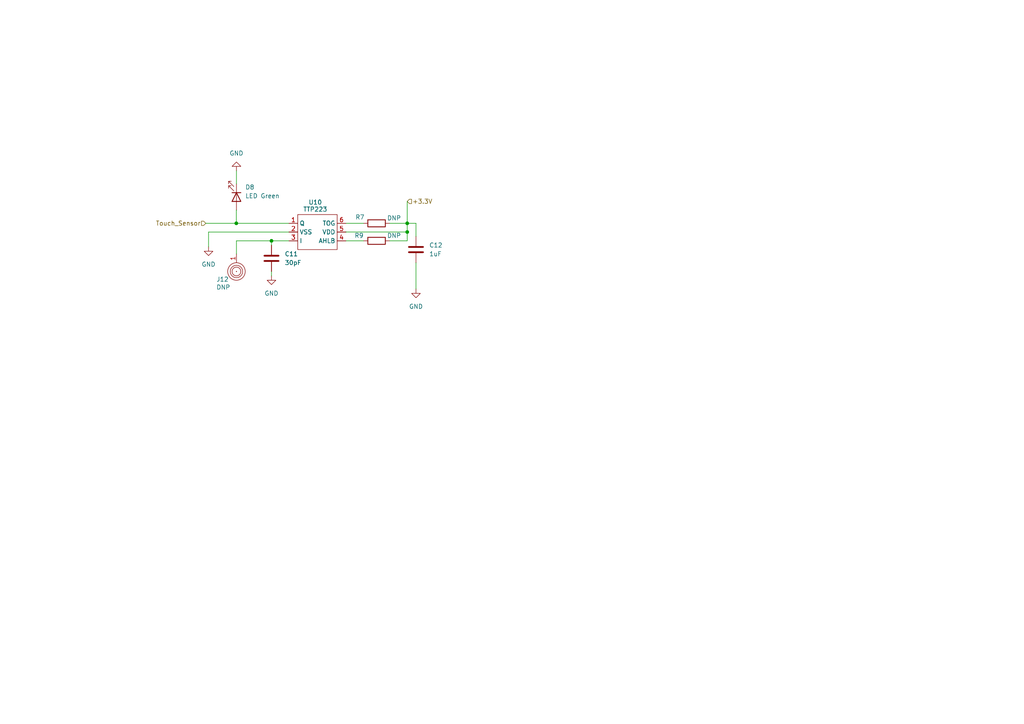
<source format=kicad_sch>
(kicad_sch (version 20231120) (generator "eeschema") (generator_version "8.0")
  (paper "A4")
  (lib_symbols
    (symbol "Device:C" (pin_numbers hide) (pin_names (offset 0.254))
      (property "Reference" "C" (at 0.635 2.54 0))
      (property "Value" "C" (at 0.635 -2.54 0))
      (symbol "C_0_1"
        (polyline (pts (xy -2.032 -0.762) (xy 2.032 -0.762)) (stroke (width 0.508)))
        (polyline (pts (xy -2.032 0.762) (xy 2.032 0.762)) (stroke (width 0.508)))
      )
      (symbol "C_1_1"
        (pin passive line (at 0 3.81 270) (length 2.794) (name "~") (number "1"))
        (pin passive line (at 0 -3.81 90) (length 2.794) (name "~") (number "2"))
      )
    )
    (symbol "Device:LED" (pin_numbers hide) (pin_names (offset 1.016) hide)
      (property "Reference" "D" (at 0 2.54 0))
      (property "Value" "LED" (at 0 -2.54 0))
      (symbol "LED_0_1"
        (polyline (pts (xy -1.27 -1.27) (xy -1.27 1.27)) (stroke (width 0.254)))
        (polyline (pts (xy -1.27 0) (xy 1.27 0)))
        (polyline (pts (xy 1.27 -1.27) (xy 1.27 1.27) (xy -1.27 0) (xy 1.27 -1.27)) (stroke (width 0.254)))
        (polyline (pts (xy -3.048 -0.762) (xy -4.572 -2.286) (xy -3.81 -2.286) (xy -4.572 -2.286) (xy -4.572 -1.524)))
        (polyline (pts (xy -1.778 -0.762) (xy -3.302 -2.286) (xy -2.54 -2.286) (xy -3.302 -2.286) (xy -3.302 -1.524)))
      )
      (symbol "LED_1_1"
        (pin passive line (at -3.81 0 0) (length 2.54) (name "K") (number "1"))
        (pin passive line (at 3.81 0 180) (length 2.54) (name "A") (number "2"))
      )
    )
    (symbol "Device:R" (pin_numbers hide) (pin_names (offset 0))
      (property "Reference" "R" (at 2.032 0 90))
      (property "Value" "R" (at 0 0 90))
      (symbol "R_0_1"
        (rectangle (start -1.016 -2.54) (end 1.016 2.54) (stroke (width 0.254)))
      )
      (symbol "R_1_1"
        (pin passive line (at 0 3.81 270) (length 1.27) (name "~") (number "1"))
        (pin passive line (at 0 -3.81 90) (length 1.27) (name "~") (number "2"))
      )
    )
    (symbol "TTP223B:TTP223B"
      (property "Reference" "U" (at 1.27 12.954 0))
      (symbol "TTP223B_0_1"
        (rectangle (start -3.81 11.43) (end 7.62 1.27))
      )
      (symbol "TTP223B_1_1"
        (pin input line (at -6.35 8.89 0) (length 2.54) (name "Q") (number "1"))
        (pin input line (at -6.35 6.35 0) (length 2.54) (name "VSS") (number "2"))
        (pin input line (at -6.35 3.81 0) (length 2.54) (name "I") (number "3"))
        (pin input line (at 10.16 3.81 180) (length 2.54) (name "AHLB") (number "4"))
        (pin input line (at 10.16 6.35 180) (length 2.54) (name "VDD") (number "5"))
        (pin input line (at 10.16 8.89 180) (length 2.54) (name "TOG") (number "6"))
      )
    )
    (symbol "Touch Pad:Touch_Pad"
      (property "Reference" "J" (at 0 0 0))
      (symbol "Touch_Pad_0_1"
        (circle (center 0 3.81) (radius 0.0001))
        (circle (center 0 3.81) (radius 1.27))
        (circle (center 0 3.81) (radius 1.7961))
        (circle (center 0 3.81) (radius 2.54))
      )
      (symbol "Touch_Pad_1_1"
        (pin input line (at 5.08 3.81 180) (length 2.54) (name "") (number "1"))
      )
    )
    (symbol "power:GND" (power) (pin_names (offset 0))
      (property "Value" "GND" (at 0 -3.81 0))
      (symbol "GND_0_1"
        (polyline (pts (xy 0 0) (xy 0 -1.27) (xy 1.27 -1.27) (xy 0 -2.54) (xy -1.27 -1.27) (xy 0 -1.27)))
      )
      (symbol "GND_1_1"
        (pin power_in line (at 0 0 270) (length 0) hide (name "GND") (number "1"))
      )
    )
  )
  (junction (at 118.11 64.77))
  (junction (at 78.74 69.85))
  (junction (at 68.5414 64.77))
  (junction (at 118.11 67.2931))
  (wire (pts (xy 68.5414 64.77) (xy 68.5414 60.96)))
  (wire (pts (xy 118.11 64.77) (xy 118.11 67.2931)))
  (wire (pts (xy 120.65 76.2) (xy 120.65 83.82)))
  (wire (pts (xy 68.58 49.53) (xy 68.58 53.34)))
  (wire (pts (xy 68.58 69.85) (xy 68.58 73.66)))
  (wire (pts (xy 118.11 64.77) (xy 113.03 64.77)))
  (wire (pts (xy 100.33 64.77) (xy 105.41 64.77)))
  (wire (pts (xy 68.5414 64.77) (xy 83.82 64.77)))
  (wire (pts (xy 100.33 69.85) (xy 105.41 69.85)))
  (wire (pts (xy 60.4878 67.31) (xy 60.4878 71.5931)))
  (wire (pts (xy 59.69 64.77) (xy 68.5414 64.77)))
  (wire (pts (xy 78.74 69.85) (xy 83.82 69.85)))
  (wire (pts (xy 78.74 78.74) (xy 78.74 80.01)))
  (wire (pts (xy 78.74 69.85) (xy 78.74 71.12)))
  (wire (pts (xy 83.82 67.31) (xy 60.4878 67.31)))
  (wire (pts (xy 118.11 69.85) (xy 113.03 69.85)))
  (wire (pts (xy 118.11 67.2931) (xy 118.11 69.85)))
  (wire (pts (xy 68.58 69.85) (xy 78.74 69.85)))
  (wire (pts (xy 118.11 67.2931) (xy 100.33 67.2931)))
  (wire (pts (xy 118.11 58.42) (xy 118.11 64.77)))
  (wire (pts (xy 68.5414 60.96) (xy 68.58 60.96)))
  (wire (pts (xy 120.65 64.77) (xy 120.65 68.58)))
  (wire (pts (xy 100.33 67.2931) (xy 100.33 67.31)))
  (wire (pts (xy 120.65 64.77) (xy 118.11 64.77)))
  (hierarchical_label "Touch_Sensor" (shape input) (at 59.69 64.77 180))
  (hierarchical_label "+3.3V" (shape input) (at 118.11 58.42 0))
  (symbol (lib_id "power:GND") (at 60.4878 71.5931 0) (unit 1)
    (property "Reference" "#PWR046" (effects (hide yes)))
    (property "Value" "GND" (at 60.4878 76.6731 0))
    (property "Description" "Power symbol creates a global label with name \"GND\" , ground" (effects (hide yes)))
  )
  (symbol (lib_id "Device:LED") (at 68.58 57.15 270) (unit 1)
    (property "Reference" "D8" (at 71.12 54.2924 90) (effects (justify left)))
    (property "Value" "LED Green" (at 71.12 56.8324 90) (effects (justify left)))
    (property "Footprint" "LED_SMD:LED_0603_1608Metric" (effects (hide yes)))
    (property "Description" "Light emitting diode" (effects (hide yes)))
    (property "Link" "https://www.lcsc.com/product-detail/Light-Emitting-Diodes-span-style-background-color-ff0-LED-span_Yongyu-Photoelectric-SZYY0603YG_C434423.html" (effects (hide yes)))
    (property "MPN" "SZYY0603YG" (effects (hide yes)))
  )
  (symbol (lib_id "power:GND") (at 120.65 83.82 0) (unit 1)
    (property "Reference" "#PWR045" (effects (hide yes)))
    (property "Value" "GND" (at 120.65 88.9 0))
    (property "Description" "Power symbol creates a global label with name \"GND\" , ground" (effects (hide yes)))
  )
  (symbol (lib_id "power:GND") (at 68.58 49.53 180) (unit 1)
    (property "Reference" "#PWR047" (effects (hide yes)))
    (property "Value" "GND" (at 68.58 44.45 0))
    (property "Description" "Power symbol creates a global label with name \"GND\" , ground" (effects (hide yes)))
  )
  (symbol (lib_id "Device:C") (at 78.74 74.93 0) (unit 1)
    (property "Reference" "C11" (at 82.55 73.6599 0) (effects (justify left)))
    (property "Value" "30pF" (at 82.55 76.1999 0) (effects (justify left)))
    (property "Footprint" "Capacitor_SMD:C_0603_1608Metric" (effects (hide yes)))
    (property "Description" "Unpolarized capacitor" (effects (hide yes)))
  )
  (symbol (lib_id "TTP223B:TTP223B") (at 90.17 73.66 0) (unit 1)
    (property "Reference" "U10" (at 91.44 58.674 0))
    (property "Value" "TTP223" (at 91.44 60.706 0))
    (property "Footprint" "RP2040_minimal:TTP223" (effects (hide yes)))
    (property "Link" "https://www.lcsc.com/product-detail/Touch-Sensors_Tontek-Design-Tech-TTP223E-BA6_C129457.html" (effects (hide yes)))
    (property "MPN" "TTP223E-BA6" (effects (hide yes)))
  )
  (symbol (lib_id "Device:C") (at 120.65 72.39 0) (unit 1)
    (property "Reference" "C12" (at 124.46 71.1199 0) (effects (justify left)))
    (property "Value" "1uF" (at 124.46 73.6599 0) (effects (justify left)))
    (property "Footprint" "Capacitor_SMD:C_0603_1608Metric" (effects (hide yes)))
    (property "Description" "Unpolarized capacitor" (effects (hide yes)))
  )
  (symbol (lib_id "power:GND") (at 78.74 80.01 0) (unit 1)
    (property "Reference" "#PWR044" (effects (hide yes)))
    (property "Value" "GND" (at 78.74 85.09 0))
    (property "Description" "Power symbol creates a global label with name \"GND\" , ground" (effects (hide yes)))
  )
  (symbol (lib_id "Device:R") (at 109.22 69.85 270) (unit 1)
    (property "Reference" "R9" (at 104.14 68.326 90))
    (property "Value" "DNP" (at 114.3 68.326 90))
    (property "Footprint" "Resistor_SMD:R_0603_1608Metric" (effects (hide yes)))
    (property "Description" "Resistor" (effects (hide yes)))
  )
  (symbol (lib_id "Device:R") (at 109.22 64.77 270) (unit 1)
    (property "Reference" "R7" (at 104.394 62.992 90))
    (property "Value" "DNP" (at 114.3 63.246 90))
    (property "Footprint" "Resistor_SMD:R_0603_1608Metric" (effects (hide yes)))
    (property "Description" "Resistor" (effects (hide yes)))
  )
  (symbol (lib_id "Touch Pad:Touch_Pad") (at 72.39 78.74 90) (unit 1)
    (property "Reference" "J12" (at 62.738 81.026 90) (effects (justify right)))
    (property "Value" "DNP" (at 64.77 83.312 90))
    (property "Footprint" "RP2040_minimal:Touch Pad" (effects (hide yes)))
  )
)
</source>
